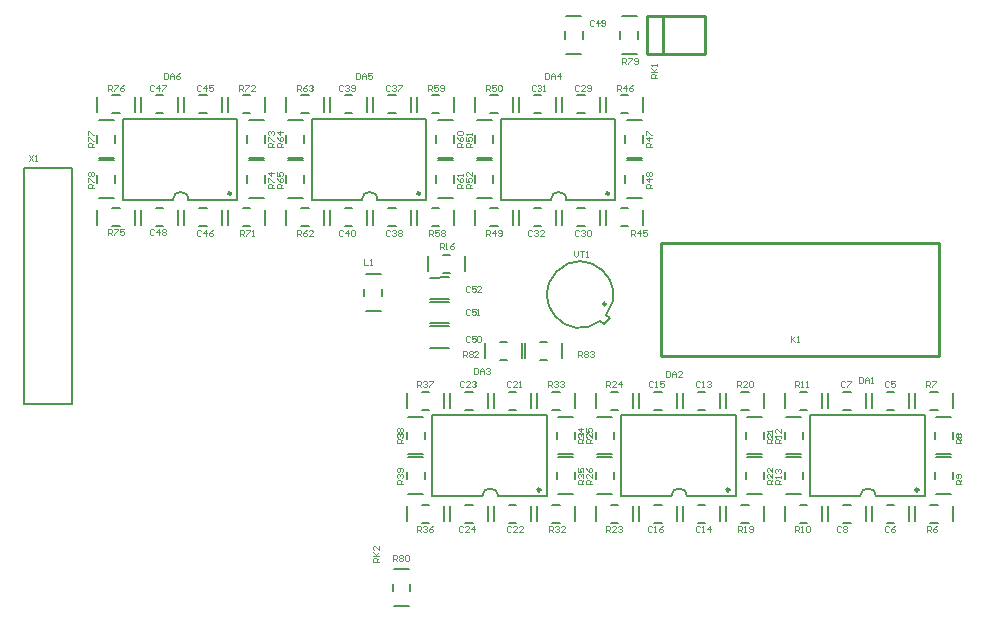
<source format=gto>
G04*
G04 #@! TF.GenerationSoftware,Altium Limited,Altium Designer,20.1.10 (176)*
G04*
G04 Layer_Color=439754*
%FSAX42Y42*%
%MOMM*%
G71*
G04*
G04 #@! TF.SameCoordinates,3E3C1568-8D71-4774-938C-B5280475AE13*
G04*
G04*
G04 #@! TF.FilePolarity,Positive*
G04*
G01*
G75*
%ADD10C,0.25*%
%ADD11C,0.15*%
%ADD12C,0.20*%
%ADD13C,0.15*%
%ADD14C,0.10*%
D10*
X001997Y004232D02*
G03*
X001997Y004232I-000012J000000D01*
G01*
X007817Y001722D02*
G03*
X007817Y001722I-000012J000000D01*
G01*
X004617Y001722D02*
G03*
X004617Y001722I-000012J000000D01*
G01*
X005197Y004232D02*
G03*
X005197Y004232I-000012J000000D01*
G01*
X003597D02*
G03*
X003597Y004232I-000012J000000D01*
G01*
X006217Y001722D02*
G03*
X006217Y001722I-000012J000000D01*
G01*
X005169Y003295D02*
G03*
X005169Y003295I-000010J000000D01*
G01*
X005640Y002856D02*
X007990D01*
Y003809D01*
X005640D02*
X007990D01*
X005640Y002856D02*
Y003809D01*
X005656Y005416D02*
X006012D01*
Y005733D01*
X005656D02*
X006012D01*
X005517Y005416D02*
X005656D01*
Y005733D01*
X005517D02*
X005656D01*
X005517Y005416D02*
Y005733D01*
D11*
X001636Y004178D02*
G03*
X001504Y004178I-000066J000000D01*
G01*
X007456Y001668D02*
G03*
X007324Y001668I-000066J000000D01*
G01*
X004256Y001668D02*
G03*
X004124Y001668I-000066J000000D01*
G01*
X004836Y004178D02*
G03*
X004704Y004178I-000066J000000D01*
G01*
X003236D02*
G03*
X003104Y004178I-000066J000000D01*
G01*
X005856Y001668D02*
G03*
X005724Y001668I-000066J000000D01*
G01*
X003236Y004178D02*
X003650D01*
X002682D02*
X003104D01*
X003650D02*
Y004864D01*
X002682Y004178D02*
Y004864D01*
X003650D01*
X001082D02*
X002050D01*
X001082Y004178D02*
Y004864D01*
X002050Y004178D02*
Y004864D01*
X001082Y004178D02*
X001504D01*
X001636D02*
X002050D01*
X006902Y002354D02*
X007870D01*
X006902Y001668D02*
Y002354D01*
X007870Y001668D02*
Y002354D01*
X006902Y001668D02*
X007324D01*
X007456D02*
X007870D01*
X003702Y002354D02*
X004670D01*
X003702Y001668D02*
Y002354D01*
X004670Y001668D02*
Y002354D01*
X003702Y001668D02*
X004124D01*
X004256D02*
X004670D01*
X004282Y004864D02*
X005250D01*
X004282Y004178D02*
Y004864D01*
X005250Y004178D02*
Y004864D01*
X004282Y004178D02*
X004704D01*
X004836D02*
X005250D01*
X005302Y002354D02*
X006270D01*
X005302Y001668D02*
Y002354D01*
X006270Y001668D02*
Y002354D01*
X005302Y001668D02*
X005724D01*
X005856D02*
X006270D01*
D12*
X005173Y003204D02*
G03*
X005123Y003154I-000221J000171D01*
G01*
X003682Y003133D02*
X003842D01*
X003682Y003313D02*
X003841Y003314D01*
X003682Y002927D02*
X003842D01*
X003682Y003107D02*
X003841Y003108D01*
X003682Y003339D02*
X003842D01*
X003682Y003519D02*
X003841Y003520D01*
X005173Y003204D02*
X005202Y003175D01*
X005152Y003125D02*
X005202Y003175D01*
X005152Y003125D02*
X005152D01*
X005123Y003154D02*
X005152Y003125D01*
D13*
X004837Y005733D02*
X004963D01*
X004837Y005416D02*
X004963D01*
X004976Y005543D02*
Y005606D01*
X004824Y005543D02*
Y005606D01*
X003978Y003572D02*
Y003699D01*
X003661Y003572D02*
Y003699D01*
X003788Y003559D02*
X003851D01*
X003788Y003711D02*
X003851D01*
X003124Y003363D02*
Y003426D01*
X003276Y003363D02*
Y003426D01*
X003136Y003236D02*
X003263D01*
X003136Y003553D02*
X003263D01*
X004801Y002836D02*
Y002964D01*
X004484Y002836D02*
Y002964D01*
X004611Y002824D02*
X004674D01*
X004611Y002976D02*
X004674D01*
X004463Y002836D02*
Y002964D01*
X004146Y002836D02*
Y002964D01*
X004273Y002824D02*
X004337D01*
X004273Y002976D02*
X004337D01*
X003485Y002411D02*
Y002538D01*
X003803Y002411D02*
Y002538D01*
X003612Y002551D02*
X003676D01*
X003612Y002399D02*
X003676D01*
X003853Y002411D02*
Y002538D01*
X004170Y002411D02*
Y002538D01*
X003980Y002551D02*
X004043D01*
X003980Y002399D02*
X004043D01*
X004538Y002411D02*
Y002538D01*
X004221Y002411D02*
Y002538D01*
X004348Y002399D02*
X004411D01*
X004348Y002551D02*
X004411D01*
X004906Y002411D02*
Y002538D01*
X004589Y002411D02*
Y002538D01*
X004716Y002399D02*
X004779D01*
X004716Y002551D02*
X004779D01*
X004170Y001456D02*
Y001583D01*
X003853Y001456D02*
Y001583D01*
X003980Y001443D02*
X004043D01*
X003980Y001596D02*
X004043D01*
X003485Y001456D02*
Y001583D01*
X003803Y001456D02*
Y001583D01*
X003612Y001596D02*
X003676D01*
X003612Y001443D02*
X003676D01*
X004221Y001456D02*
Y001583D01*
X004538Y001456D02*
Y001583D01*
X004348Y001596D02*
X004411D01*
X004348Y001443D02*
X004411D01*
X004906Y001456D02*
Y001583D01*
X004589Y001456D02*
Y001583D01*
X004716Y001443D02*
X004779D01*
X004716Y001596D02*
X004779D01*
X000247Y002447D02*
Y004447D01*
Y002447D02*
X000647D01*
Y004447D01*
X000247D02*
X000647D01*
X002465Y003966D02*
Y004093D01*
X002783Y003966D02*
Y004093D01*
X002592Y004106D02*
X002656D01*
X002592Y003953D02*
X002656D01*
X002476Y004513D02*
X002603D01*
X002476Y004196D02*
X002603D01*
X002616Y004323D02*
Y004387D01*
X002464Y004323D02*
Y004387D01*
X002476Y004534D02*
X002603D01*
X002476Y004851D02*
X002603D01*
X002464Y004661D02*
Y004724D01*
X002616Y004661D02*
Y004724D01*
X002465Y004921D02*
Y005048D01*
X002783Y004921D02*
Y005048D01*
X002592Y005061D02*
X002656D01*
X002592Y004909D02*
X002656D01*
X000864Y004323D02*
Y004387D01*
X001016Y004323D02*
Y004387D01*
X000877Y004196D02*
X001003D01*
X000877Y004513D02*
X001003D01*
X001016Y004661D02*
Y004724D01*
X000864Y004661D02*
Y004724D01*
X000877Y004851D02*
X001003D01*
X000877Y004534D02*
X001003D01*
X000992Y004909D02*
X001056D01*
X000992Y005061D02*
X001056D01*
X001183Y004921D02*
Y005048D01*
X000865Y004921D02*
Y005048D01*
X000992Y003953D02*
X001056D01*
X000992Y004106D02*
X001056D01*
X001183Y003966D02*
Y004093D01*
X000865Y003966D02*
Y004093D01*
X002134Y004323D02*
Y004387D01*
X002286Y004323D02*
Y004387D01*
X002147Y004196D02*
X002274D01*
X002147Y004513D02*
X002274D01*
X002286Y004661D02*
Y004724D01*
X002134Y004661D02*
Y004724D01*
X002147Y004851D02*
X002274D01*
X002147Y004534D02*
X002274D01*
X002096Y005061D02*
X002159D01*
X002096Y004909D02*
X002159D01*
X001969Y004921D02*
Y005048D01*
X002286Y004921D02*
Y005048D01*
X002096Y004106D02*
X002159D01*
X002096Y003953D02*
X002159D01*
X001969Y003966D02*
Y004093D01*
X002286Y003966D02*
Y004093D01*
X001360Y004106D02*
X001423D01*
X001360Y003953D02*
X001423D01*
X001233Y003966D02*
Y004093D01*
X001550Y003966D02*
Y004093D01*
X001360Y004909D02*
X001423D01*
X001360Y005061D02*
X001423D01*
X001550Y004921D02*
Y005048D01*
X001233Y004921D02*
Y005048D01*
X001728Y003953D02*
X001791D01*
X001728Y004106D02*
X001791D01*
X001918Y003966D02*
Y004093D01*
X001601Y003966D02*
Y004093D01*
X001728Y005061D02*
X001791D01*
X001728Y004909D02*
X001791D01*
X001601Y004921D02*
Y005048D01*
X001918Y004921D02*
Y005048D01*
X006316Y001596D02*
X006379D01*
X006316Y001443D02*
X006379D01*
X006189Y001456D02*
Y001583D01*
X006506Y001456D02*
Y001583D01*
X005296Y004106D02*
X005359D01*
X005296Y003953D02*
X005359D01*
X005169Y003966D02*
Y004093D01*
X005486Y003966D02*
Y004093D01*
X003696Y004106D02*
X003759D01*
X003696Y003953D02*
X003759D01*
X003569Y003966D02*
Y004093D01*
X003886Y003966D02*
Y004093D01*
X005294Y005543D02*
Y005606D01*
X005446Y005543D02*
Y005606D01*
X005306Y005416D02*
X005433D01*
X005306Y005733D02*
X005433D01*
X007548Y002551D02*
X007611D01*
X007548Y002399D02*
X007611D01*
X007421Y002411D02*
Y002538D01*
X007738Y002411D02*
Y002538D01*
X007548Y001443D02*
X007611D01*
X007548Y001596D02*
X007611D01*
X007738Y001456D02*
Y001583D01*
X007421Y001456D02*
Y001583D01*
X007180Y002399D02*
X007243D01*
X007180Y002551D02*
X007243D01*
X007370Y002411D02*
Y002538D01*
X007053Y002411D02*
Y002538D01*
X007180Y001596D02*
X007243D01*
X007180Y001443D02*
X007243D01*
X007053Y001456D02*
Y001583D01*
X007370Y001456D02*
Y001583D01*
X007916Y001596D02*
X007979D01*
X007916Y001443D02*
X007979D01*
X007789Y001456D02*
Y001583D01*
X008106Y001456D02*
Y001583D01*
X007916Y002551D02*
X007979D01*
X007916Y002399D02*
X007979D01*
X007789Y002411D02*
Y002538D01*
X008106Y002411D02*
Y002538D01*
X008106Y002151D02*
Y002214D01*
X007954Y002151D02*
Y002214D01*
X007967Y002341D02*
X008093D01*
X007967Y002024D02*
X008093D01*
X007954Y001813D02*
Y001876D01*
X008106Y001813D02*
Y001876D01*
X007967Y001686D02*
X008093D01*
X007967Y002003D02*
X008093D01*
X006812Y001443D02*
X006876D01*
X006812Y001596D02*
X006876D01*
X007003Y001456D02*
Y001583D01*
X006685Y001456D02*
Y001583D01*
X006812Y002399D02*
X006876D01*
X006812Y002551D02*
X006876D01*
X007003Y002411D02*
Y002538D01*
X006685Y002411D02*
Y002538D01*
X006836Y002151D02*
Y002214D01*
X006684Y002151D02*
Y002214D01*
X006696Y002341D02*
X006824D01*
X006696Y002024D02*
X006824D01*
X006684Y001813D02*
Y001876D01*
X006836Y001813D02*
Y001876D01*
X006696Y001686D02*
X006824D01*
X006696Y002003D02*
X006824D01*
X005296Y005061D02*
X005359D01*
X005296Y004909D02*
X005359D01*
X005169Y004921D02*
Y005048D01*
X005486Y004921D02*
Y005048D01*
X003696Y005061D02*
X003759D01*
X003696Y004909D02*
X003759D01*
X003569Y004921D02*
Y005048D01*
X003886Y004921D02*
Y005048D01*
X006316Y002551D02*
X006379D01*
X006316Y002399D02*
X006379D01*
X006189Y002411D02*
Y002538D01*
X006506Y002411D02*
Y002538D01*
X004906Y002151D02*
Y002214D01*
X004754Y002151D02*
Y002214D01*
X004767Y002341D02*
X004894D01*
X004767Y002024D02*
X004894D01*
X004754Y001813D02*
Y001876D01*
X004906Y001813D02*
Y001876D01*
X004767Y001686D02*
X004894D01*
X004767Y002003D02*
X004894D01*
X003636Y002151D02*
Y002214D01*
X003484Y002151D02*
Y002214D01*
X003497Y002341D02*
X003624D01*
X003497Y002024D02*
X003624D01*
X003484Y001813D02*
Y001876D01*
X003636Y001813D02*
Y001876D01*
X003497Y001686D02*
X003624D01*
X003497Y002003D02*
X003624D01*
X004928Y005061D02*
X004991D01*
X004928Y004909D02*
X004991D01*
X004801Y004921D02*
Y005048D01*
X005118Y004921D02*
Y005048D01*
X004928Y003953D02*
X004991D01*
X004928Y004106D02*
X004991D01*
X005118Y003966D02*
Y004093D01*
X004801Y003966D02*
Y004093D01*
X004560Y004909D02*
X004623D01*
X004560Y005061D02*
X004623D01*
X004750Y004921D02*
Y005048D01*
X004433Y004921D02*
Y005048D01*
X004560Y004106D02*
X004623D01*
X004560Y003953D02*
X004623D01*
X004433Y003966D02*
Y004093D01*
X004750Y003966D02*
Y004093D01*
X005486Y004661D02*
Y004724D01*
X005334Y004661D02*
Y004724D01*
X005347Y004851D02*
X005474D01*
X005347Y004534D02*
X005474D01*
X005334Y004323D02*
Y004387D01*
X005486Y004323D02*
Y004387D01*
X005347Y004196D02*
X005474D01*
X005347Y004513D02*
X005474D01*
X004192Y003953D02*
X004256D01*
X004192Y004106D02*
X004256D01*
X004383Y003966D02*
Y004093D01*
X004065Y003966D02*
Y004093D01*
X004192Y004909D02*
X004256D01*
X004192Y005061D02*
X004256D01*
X004383Y004921D02*
Y005048D01*
X004065Y004921D02*
Y005048D01*
X004216Y004661D02*
Y004724D01*
X004064Y004661D02*
Y004724D01*
X004076Y004851D02*
X004203D01*
X004076Y004534D02*
X004203D01*
X004064Y004323D02*
Y004387D01*
X004216Y004323D02*
Y004387D01*
X004076Y004196D02*
X004203D01*
X004076Y004513D02*
X004203D01*
X003328Y005061D02*
X003391D01*
X003328Y004909D02*
X003391D01*
X003201Y004921D02*
Y005048D01*
X003518Y004921D02*
Y005048D01*
X003328Y003953D02*
X003391D01*
X003328Y004106D02*
X003391D01*
X003518Y003966D02*
Y004093D01*
X003201Y003966D02*
Y004093D01*
X002960Y004909D02*
X003023D01*
X002960Y005061D02*
X003023D01*
X003150Y004921D02*
Y005048D01*
X002833Y004921D02*
Y005048D01*
X002960Y004106D02*
X003023D01*
X002960Y003953D02*
X003023D01*
X002833Y003966D02*
Y004093D01*
X003150Y003966D02*
Y004093D01*
X003886Y004661D02*
Y004724D01*
X003734Y004661D02*
Y004724D01*
X003747Y004851D02*
X003874D01*
X003747Y004534D02*
X003874D01*
X003734Y004323D02*
Y004387D01*
X003886Y004323D02*
Y004387D01*
X003747Y004196D02*
X003874D01*
X003747Y004513D02*
X003874D01*
X005212Y002399D02*
X005276D01*
X005212Y002551D02*
X005276D01*
X005403Y002411D02*
Y002538D01*
X005085Y002411D02*
Y002538D01*
X005580Y002399D02*
X005643D01*
X005580Y002551D02*
X005643D01*
X005770Y002411D02*
Y002538D01*
X005453Y002411D02*
Y002538D01*
X005084Y001813D02*
Y001876D01*
X005236Y001813D02*
Y001876D01*
X005097Y001686D02*
X005224D01*
X005097Y002003D02*
X005224D01*
X005236Y002151D02*
Y002214D01*
X005084Y002151D02*
Y002214D01*
X005097Y002341D02*
X005224D01*
X005097Y002024D02*
X005224D01*
X005948Y002551D02*
X006011D01*
X005948Y002399D02*
X006011D01*
X005821Y002411D02*
Y002538D01*
X006138Y002411D02*
Y002538D01*
X006506Y002151D02*
Y002214D01*
X006354Y002151D02*
Y002214D01*
X006367Y002341D02*
X006493D01*
X006367Y002024D02*
X006493D01*
X006354Y001813D02*
Y001876D01*
X006506Y001813D02*
Y001876D01*
X006367Y001686D02*
X006493D01*
X006367Y002003D02*
X006493D01*
X005948Y001443D02*
X006011D01*
X005948Y001596D02*
X006011D01*
X006138Y001456D02*
Y001583D01*
X005821Y001456D02*
Y001583D01*
X005580Y001596D02*
X005643D01*
X005580Y001443D02*
X005643D01*
X005453Y001456D02*
Y001583D01*
X005770Y001456D02*
Y001583D01*
X005212Y001443D02*
X005276D01*
X005212Y001596D02*
X005276D01*
X005403Y001456D02*
Y001583D01*
X005085Y001456D02*
Y001583D01*
X003364Y000863D02*
Y000927D01*
X003516Y000863D02*
Y000927D01*
X003376Y000736D02*
X003503D01*
X003376Y001053D02*
X003503D01*
D14*
X003250Y001110D02*
X003200D01*
Y001135D01*
X003208Y001143D01*
X003225D01*
X003233Y001135D01*
Y001110D01*
Y001127D02*
X003250Y001143D01*
X003200Y001160D02*
X003250D01*
X003233D01*
X003200Y001193D01*
X003225Y001168D01*
X003250Y001193D01*
Y001243D02*
Y001210D01*
X003217Y001243D01*
X003208D01*
X003200Y001235D01*
Y001218D01*
X003208Y001210D01*
X003763Y003760D02*
Y003810D01*
X003788D01*
X003796Y003802D01*
Y003785D01*
X003788Y003777D01*
X003763D01*
X003779D02*
X003796Y003760D01*
X003813D02*
X003829D01*
X003821D01*
Y003810D01*
X003813Y003802D01*
X003887Y003810D02*
X003871Y003802D01*
X003854Y003785D01*
Y003768D01*
X003862Y003760D01*
X003879D01*
X003887Y003768D01*
Y003777D01*
X003879Y003785D01*
X003854D01*
X006654Y001770D02*
X006604D01*
Y001795D01*
X006612Y001803D01*
X006629D01*
X006637Y001795D01*
Y001770D01*
Y001787D02*
X006654Y001803D01*
Y001820D02*
Y001837D01*
Y001828D01*
X006604D01*
X006612Y001820D01*
Y001862D02*
X006604Y001870D01*
Y001887D01*
X006612Y001895D01*
X006620D01*
X006629Y001887D01*
Y001878D01*
Y001887D01*
X006637Y001895D01*
X006645D01*
X006654Y001887D01*
Y001870D01*
X006645Y001862D01*
X006654Y002115D02*
X006604D01*
Y002140D01*
X006612Y002149D01*
X006629D01*
X006637Y002140D01*
Y002115D01*
Y002132D02*
X006654Y002149D01*
Y002165D02*
Y002182D01*
Y002174D01*
X006604D01*
X006612Y002165D01*
X006654Y002240D02*
Y002207D01*
X006620Y002240D01*
X006612D01*
X006604Y002232D01*
Y002215D01*
X006612Y002207D01*
X006773Y002590D02*
Y002640D01*
X006798D01*
X006807Y002632D01*
Y002615D01*
X006798Y002607D01*
X006773D01*
X006790D02*
X006807Y002590D01*
X006823D02*
X006840D01*
X006832D01*
Y002640D01*
X006823Y002632D01*
X006865Y002590D02*
X006882D01*
X006873D01*
Y002640D01*
X006865Y002632D01*
X006773Y001365D02*
Y001415D01*
X006798D01*
X006807Y001407D01*
Y001390D01*
X006798Y001382D01*
X006773D01*
X006790D02*
X006807Y001365D01*
X006823D02*
X006840D01*
X006832D01*
Y001415D01*
X006823Y001407D01*
X006865D02*
X006873Y001415D01*
X006890D01*
X006898Y001407D01*
Y001373D01*
X006890Y001365D01*
X006873D01*
X006865Y001373D01*
Y001407D01*
X008181Y001770D02*
X008131D01*
Y001795D01*
X008140Y001803D01*
X008156D01*
X008165Y001795D01*
Y001770D01*
Y001787D02*
X008181Y001803D01*
X008173Y001820D02*
X008181Y001828D01*
Y001845D01*
X008173Y001853D01*
X008140D01*
X008131Y001845D01*
Y001828D01*
X008140Y001820D01*
X008148D01*
X008156Y001828D01*
Y001853D01*
X008181Y002115D02*
X008131D01*
Y002140D01*
X008140Y002149D01*
X008156D01*
X008165Y002140D01*
Y002115D01*
Y002132D02*
X008181Y002149D01*
X008140Y002165D02*
X008131Y002174D01*
Y002190D01*
X008140Y002199D01*
X008148D01*
X008156Y002190D01*
X008165Y002199D01*
X008173D01*
X008181Y002190D01*
Y002174D01*
X008173Y002165D01*
X008165D01*
X008156Y002174D01*
X008148Y002165D01*
X008140D01*
X008156Y002174D02*
Y002190D01*
X007883Y002590D02*
Y002640D01*
X007908D01*
X007917Y002632D01*
Y002615D01*
X007908Y002607D01*
X007883D01*
X007900D02*
X007917Y002590D01*
X007933Y002640D02*
X007967D01*
Y002632D01*
X007933Y002598D01*
Y002590D01*
X007893Y001365D02*
Y001415D01*
X007918D01*
X007927Y001407D01*
Y001390D01*
X007918Y001382D01*
X007893D01*
X007910D02*
X007927Y001365D01*
X007977Y001415D02*
X007960Y001407D01*
X007943Y001390D01*
Y001373D01*
X007952Y001365D01*
X007968D01*
X007977Y001373D01*
Y001382D01*
X007968Y001390D01*
X007943D01*
X007317Y002675D02*
Y002625D01*
X007342D01*
X007350Y002633D01*
Y002667D01*
X007342Y002675D01*
X007317D01*
X007367Y002625D02*
Y002658D01*
X007383Y002675D01*
X007400Y002658D01*
Y002625D01*
Y002650D01*
X007367D01*
X007417Y002625D02*
X007433D01*
X007425D01*
Y002675D01*
X007417Y002667D01*
X007163Y001407D02*
X007155Y001415D01*
X007138D01*
X007130Y001407D01*
Y001373D01*
X007138Y001365D01*
X007155D01*
X007163Y001373D01*
X007180Y001407D02*
X007188Y001415D01*
X007205D01*
X007213Y001407D01*
Y001398D01*
X007205Y001390D01*
X007213Y001382D01*
Y001373D01*
X007205Y001365D01*
X007188D01*
X007180Y001373D01*
Y001382D01*
X007188Y001390D01*
X007180Y001398D01*
Y001407D01*
X007188Y001390D02*
X007205D01*
X007192Y002632D02*
X007183Y002640D01*
X007167D01*
X007158Y002632D01*
Y002598D01*
X007167Y002590D01*
X007183D01*
X007192Y002598D01*
X007208Y002640D02*
X007242D01*
Y002632D01*
X007208Y002598D01*
Y002590D01*
X007565Y001407D02*
X007557Y001415D01*
X007540D01*
X007532Y001407D01*
Y001373D01*
X007540Y001365D01*
X007557D01*
X007565Y001373D01*
X007615Y001415D02*
X007598Y001407D01*
X007582Y001390D01*
Y001373D01*
X007590Y001365D01*
X007607D01*
X007615Y001373D01*
Y001382D01*
X007607Y001390D01*
X007582D01*
X007565Y002632D02*
X007557Y002640D01*
X007540D01*
X007532Y002632D01*
Y002598D01*
X007540Y002590D01*
X007557D01*
X007565Y002598D01*
X007615Y002640D02*
X007582D01*
Y002615D01*
X007598Y002623D01*
X007607D01*
X007615Y002615D01*
Y002598D01*
X007607Y002590D01*
X007590D01*
X007582Y002598D01*
X000834Y004280D02*
X000784D01*
Y004305D01*
X000792Y004313D01*
X000809D01*
X000817Y004305D01*
Y004280D01*
Y004297D02*
X000834Y004313D01*
X000784Y004330D02*
Y004363D01*
X000792D01*
X000825Y004330D01*
X000834D01*
X000792Y004380D02*
X000784Y004388D01*
Y004405D01*
X000792Y004413D01*
X000800D01*
X000809Y004405D01*
X000817Y004413D01*
X000825D01*
X000834Y004405D01*
Y004388D01*
X000825Y004380D01*
X000817D01*
X000809Y004388D01*
X000800Y004380D01*
X000792D01*
X000809Y004388D02*
Y004405D01*
X000834Y004625D02*
X000784D01*
Y004650D01*
X000792Y004659D01*
X000809D01*
X000817Y004650D01*
Y004625D01*
Y004642D02*
X000834Y004659D01*
X000784Y004675D02*
Y004709D01*
X000792D01*
X000825Y004675D01*
X000834D01*
X000784Y004725D02*
Y004759D01*
X000792D01*
X000825Y004725D01*
X000834D01*
X000953Y005100D02*
Y005150D01*
X000978D01*
X000987Y005142D01*
Y005125D01*
X000978Y005117D01*
X000953D01*
X000970D02*
X000987Y005100D01*
X001003Y005150D02*
X001037D01*
Y005142D01*
X001003Y005108D01*
Y005100D01*
X001087Y005150D02*
X001070Y005142D01*
X001053Y005125D01*
Y005108D01*
X001062Y005100D01*
X001078D01*
X001087Y005108D01*
Y005117D01*
X001078Y005125D01*
X001053D01*
X000953Y003880D02*
Y003930D01*
X000978D01*
X000987Y003922D01*
Y003905D01*
X000978Y003897D01*
X000953D01*
X000970D02*
X000987Y003880D01*
X001003Y003930D02*
X001037D01*
Y003922D01*
X001003Y003888D01*
Y003880D01*
X001087Y003930D02*
X001053D01*
Y003905D01*
X001070Y003913D01*
X001078D01*
X001087Y003905D01*
Y003888D01*
X001078Y003880D01*
X001062D01*
X001053Y003888D01*
X002361Y004280D02*
X002311D01*
Y004305D01*
X002320Y004313D01*
X002336D01*
X002345Y004305D01*
Y004280D01*
Y004297D02*
X002361Y004313D01*
X002311Y004330D02*
Y004363D01*
X002320D01*
X002353Y004330D01*
X002361D01*
Y004405D02*
X002311D01*
X002336Y004380D01*
Y004413D01*
X002361Y004625D02*
X002311D01*
Y004650D01*
X002320Y004659D01*
X002336D01*
X002345Y004650D01*
Y004625D01*
Y004642D02*
X002361Y004659D01*
X002311Y004675D02*
Y004709D01*
X002320D01*
X002353Y004675D01*
X002361D01*
X002320Y004725D02*
X002311Y004734D01*
Y004750D01*
X002320Y004759D01*
X002328D01*
X002336Y004750D01*
Y004742D01*
Y004750D01*
X002345Y004759D01*
X002353D01*
X002361Y004750D01*
Y004734D01*
X002353Y004725D01*
X002063Y005100D02*
Y005150D01*
X002088D01*
X002097Y005142D01*
Y005125D01*
X002088Y005117D01*
X002063D01*
X002080D02*
X002097Y005100D01*
X002113Y005150D02*
X002147D01*
Y005142D01*
X002113Y005108D01*
Y005100D01*
X002197D02*
X002163D01*
X002197Y005133D01*
Y005142D01*
X002188Y005150D01*
X002172D01*
X002163Y005142D01*
X002073Y003875D02*
Y003925D01*
X002098D01*
X002107Y003917D01*
Y003900D01*
X002098Y003892D01*
X002073D01*
X002090D02*
X002107Y003875D01*
X002123Y003925D02*
X002157D01*
Y003917D01*
X002123Y003883D01*
Y003875D01*
X002173D02*
X002190D01*
X002182D01*
Y003925D01*
X002173Y003917D01*
X002434Y004280D02*
X002384D01*
Y004305D01*
X002392Y004313D01*
X002409D01*
X002417Y004305D01*
Y004280D01*
Y004297D02*
X002434Y004313D01*
X002384Y004363D02*
X002392Y004347D01*
X002409Y004330D01*
X002425D01*
X002434Y004338D01*
Y004355D01*
X002425Y004363D01*
X002417D01*
X002409Y004355D01*
Y004330D01*
X002384Y004413D02*
Y004380D01*
X002409D01*
X002400Y004397D01*
Y004405D01*
X002409Y004413D01*
X002425D01*
X002434Y004405D01*
Y004388D01*
X002425Y004380D01*
X002434Y004625D02*
X002384D01*
Y004650D01*
X002392Y004659D01*
X002409D01*
X002417Y004650D01*
Y004625D01*
Y004642D02*
X002434Y004659D01*
X002384Y004709D02*
X002392Y004692D01*
X002409Y004675D01*
X002425D01*
X002434Y004684D01*
Y004700D01*
X002425Y004709D01*
X002417D01*
X002409Y004700D01*
Y004675D01*
X002434Y004750D02*
X002384D01*
X002409Y004725D01*
Y004759D01*
X004933Y002850D02*
Y002900D01*
X004958D01*
X004967Y002892D01*
Y002875D01*
X004958Y002867D01*
X004933D01*
X004950D02*
X004967Y002850D01*
X004983Y002892D02*
X004992Y002900D01*
X005008D01*
X005017Y002892D01*
Y002883D01*
X005008Y002875D01*
X005017Y002867D01*
Y002858D01*
X005008Y002850D01*
X004992D01*
X004983Y002858D01*
Y002867D01*
X004992Y002875D01*
X004983Y002883D01*
Y002892D01*
X004992Y002875D02*
X005008D01*
X005033Y002892D02*
X005042Y002900D01*
X005058D01*
X005067Y002892D01*
Y002883D01*
X005058Y002875D01*
X005050D01*
X005058D01*
X005067Y002867D01*
Y002858D01*
X005058Y002850D01*
X005042D01*
X005033Y002858D01*
X003958Y002850D02*
Y002900D01*
X003983D01*
X003992Y002892D01*
Y002875D01*
X003983Y002867D01*
X003958D01*
X003975D02*
X003992Y002850D01*
X004008Y002892D02*
X004017Y002900D01*
X004033D01*
X004042Y002892D01*
Y002883D01*
X004033Y002875D01*
X004042Y002867D01*
Y002858D01*
X004033Y002850D01*
X004017D01*
X004008Y002858D01*
Y002867D01*
X004017Y002875D01*
X004008Y002883D01*
Y002892D01*
X004017Y002875D02*
X004033D01*
X004092Y002850D02*
X004058D01*
X004092Y002883D01*
Y002892D01*
X004083Y002900D01*
X004067D01*
X004058Y002892D01*
X003367Y001121D02*
Y001171D01*
X003392D01*
X003400Y001162D01*
Y001146D01*
X003392Y001137D01*
X003367D01*
X003383D02*
X003400Y001121D01*
X003417Y001162D02*
X003425Y001171D01*
X003442D01*
X003450Y001162D01*
Y001154D01*
X003442Y001146D01*
X003450Y001137D01*
Y001129D01*
X003442Y001121D01*
X003425D01*
X003417Y001129D01*
Y001137D01*
X003425Y001146D01*
X003417Y001154D01*
Y001162D01*
X003425Y001146D02*
X003442D01*
X003467Y001162D02*
X003475Y001171D01*
X003492D01*
X003500Y001162D01*
Y001129D01*
X003492Y001121D01*
X003475D01*
X003467Y001129D01*
Y001162D01*
X005308Y005325D02*
Y005375D01*
X005333D01*
X005342Y005367D01*
Y005350D01*
X005333Y005342D01*
X005308D01*
X005325D02*
X005342Y005325D01*
X005358Y005375D02*
X005392D01*
Y005367D01*
X005358Y005333D01*
Y005325D01*
X005408Y005333D02*
X005417Y005325D01*
X005433D01*
X005442Y005333D01*
Y005367D01*
X005433Y005375D01*
X005417D01*
X005408Y005367D01*
Y005358D01*
X005417Y005350D01*
X005442D01*
X002553Y005100D02*
Y005150D01*
X002578D01*
X002587Y005142D01*
Y005125D01*
X002578Y005117D01*
X002553D01*
X002570D02*
X002587Y005100D01*
X002637Y005150D02*
X002620Y005142D01*
X002603Y005125D01*
Y005108D01*
X002612Y005100D01*
X002628D01*
X002637Y005108D01*
Y005117D01*
X002628Y005125D01*
X002603D01*
X002653Y005142D02*
X002662Y005150D01*
X002678D01*
X002687Y005142D01*
Y005133D01*
X002678Y005125D01*
X002670D01*
X002678D01*
X002687Y005117D01*
Y005108D01*
X002678Y005100D01*
X002662D01*
X002653Y005108D01*
X002553Y003875D02*
Y003925D01*
X002578D01*
X002587Y003917D01*
Y003900D01*
X002578Y003892D01*
X002553D01*
X002570D02*
X002587Y003875D01*
X002637Y003925D02*
X002620Y003917D01*
X002603Y003900D01*
Y003883D01*
X002612Y003875D01*
X002628D01*
X002637Y003883D01*
Y003892D01*
X002628Y003900D01*
X002603D01*
X002687Y003875D02*
X002653D01*
X002687Y003908D01*
Y003917D01*
X002678Y003925D01*
X002662D01*
X002653Y003917D01*
X003961Y004280D02*
X003911D01*
Y004305D01*
X003920Y004313D01*
X003936D01*
X003945Y004305D01*
Y004280D01*
Y004297D02*
X003961Y004313D01*
X003911Y004363D02*
X003920Y004347D01*
X003936Y004330D01*
X003953D01*
X003961Y004338D01*
Y004355D01*
X003953Y004363D01*
X003945D01*
X003936Y004355D01*
Y004330D01*
X003961Y004380D02*
Y004397D01*
Y004388D01*
X003911D01*
X003920Y004380D01*
X003961Y004625D02*
X003911D01*
Y004650D01*
X003920Y004659D01*
X003936D01*
X003945Y004650D01*
Y004625D01*
Y004642D02*
X003961Y004659D01*
X003911Y004709D02*
X003920Y004692D01*
X003936Y004675D01*
X003953D01*
X003961Y004684D01*
Y004700D01*
X003953Y004709D01*
X003945D01*
X003936Y004700D01*
Y004675D01*
X003920Y004725D02*
X003911Y004734D01*
Y004750D01*
X003920Y004759D01*
X003953D01*
X003961Y004750D01*
Y004734D01*
X003953Y004725D01*
X003920D01*
X003663Y005100D02*
Y005150D01*
X003688D01*
X003697Y005142D01*
Y005125D01*
X003688Y005117D01*
X003663D01*
X003680D02*
X003697Y005100D01*
X003747Y005150D02*
X003713D01*
Y005125D01*
X003730Y005133D01*
X003738D01*
X003747Y005125D01*
Y005108D01*
X003738Y005100D01*
X003722D01*
X003713Y005108D01*
X003763D02*
X003772Y005100D01*
X003788D01*
X003797Y005108D01*
Y005142D01*
X003788Y005150D01*
X003772D01*
X003763Y005142D01*
Y005133D01*
X003772Y005125D01*
X003797D01*
X003673Y003875D02*
Y003925D01*
X003698D01*
X003707Y003917D01*
Y003900D01*
X003698Y003892D01*
X003673D01*
X003690D02*
X003707Y003875D01*
X003757Y003925D02*
X003723D01*
Y003900D01*
X003740Y003908D01*
X003748D01*
X003757Y003900D01*
Y003883D01*
X003748Y003875D01*
X003732D01*
X003723Y003883D01*
X003773Y003917D02*
X003782Y003925D01*
X003798D01*
X003807Y003917D01*
Y003908D01*
X003798Y003900D01*
X003807Y003892D01*
Y003883D01*
X003798Y003875D01*
X003782D01*
X003773Y003883D01*
Y003892D01*
X003782Y003900D01*
X003773Y003908D01*
Y003917D01*
X003782Y003900D02*
X003798D01*
X004034Y004280D02*
X003984D01*
Y004305D01*
X003992Y004313D01*
X004009D01*
X004017Y004305D01*
Y004280D01*
Y004297D02*
X004034Y004313D01*
X003984Y004363D02*
Y004330D01*
X004009D01*
X004000Y004347D01*
Y004355D01*
X004009Y004363D01*
X004025D01*
X004034Y004355D01*
Y004338D01*
X004025Y004330D01*
X004034Y004413D02*
Y004380D01*
X004000Y004413D01*
X003992D01*
X003984Y004405D01*
Y004388D01*
X003992Y004380D01*
X004034Y004625D02*
X003984D01*
Y004650D01*
X003992Y004659D01*
X004009D01*
X004017Y004650D01*
Y004625D01*
Y004642D02*
X004034Y004659D01*
X003984Y004709D02*
Y004675D01*
X004009D01*
X004000Y004692D01*
Y004700D01*
X004009Y004709D01*
X004025D01*
X004034Y004700D01*
Y004684D01*
X004025Y004675D01*
X004034Y004725D02*
Y004742D01*
Y004734D01*
X003984D01*
X003992Y004725D01*
X004153Y005100D02*
Y005150D01*
X004178D01*
X004187Y005142D01*
Y005125D01*
X004178Y005117D01*
X004153D01*
X004170D02*
X004187Y005100D01*
X004237Y005150D02*
X004203D01*
Y005125D01*
X004220Y005133D01*
X004228D01*
X004237Y005125D01*
Y005108D01*
X004228Y005100D01*
X004212D01*
X004203Y005108D01*
X004253Y005142D02*
X004262Y005150D01*
X004278D01*
X004287Y005142D01*
Y005108D01*
X004278Y005100D01*
X004262D01*
X004253Y005108D01*
Y005142D01*
X004153Y003875D02*
Y003925D01*
X004178D01*
X004187Y003917D01*
Y003900D01*
X004178Y003892D01*
X004153D01*
X004170D02*
X004187Y003875D01*
X004228D02*
Y003925D01*
X004203Y003900D01*
X004237D01*
X004253Y003883D02*
X004262Y003875D01*
X004278D01*
X004287Y003883D01*
Y003917D01*
X004278Y003925D01*
X004262D01*
X004253Y003917D01*
Y003908D01*
X004262Y003900D01*
X004287D01*
X005561Y004280D02*
X005511D01*
Y004305D01*
X005520Y004313D01*
X005536D01*
X005545Y004305D01*
Y004280D01*
Y004297D02*
X005561Y004313D01*
Y004355D02*
X005511D01*
X005536Y004330D01*
Y004363D01*
X005520Y004380D02*
X005511Y004388D01*
Y004405D01*
X005520Y004413D01*
X005528D01*
X005536Y004405D01*
X005545Y004413D01*
X005553D01*
X005561Y004405D01*
Y004388D01*
X005553Y004380D01*
X005545D01*
X005536Y004388D01*
X005528Y004380D01*
X005520D01*
X005536Y004388D02*
Y004405D01*
X005561Y004625D02*
X005511D01*
Y004650D01*
X005520Y004659D01*
X005536D01*
X005545Y004650D01*
Y004625D01*
Y004642D02*
X005561Y004659D01*
Y004700D02*
X005511D01*
X005536Y004675D01*
Y004709D01*
X005511Y004725D02*
Y004759D01*
X005520D01*
X005553Y004725D01*
X005561D01*
X005263Y005100D02*
Y005150D01*
X005288D01*
X005297Y005142D01*
Y005125D01*
X005288Y005117D01*
X005263D01*
X005280D02*
X005297Y005100D01*
X005338D02*
Y005150D01*
X005313Y005125D01*
X005347D01*
X005397Y005150D02*
X005380Y005142D01*
X005363Y005125D01*
Y005108D01*
X005372Y005100D01*
X005388D01*
X005397Y005108D01*
Y005117D01*
X005388Y005125D01*
X005363D01*
X005383Y003875D02*
Y003925D01*
X005408D01*
X005417Y003917D01*
Y003900D01*
X005408Y003892D01*
X005383D01*
X005400D02*
X005417Y003875D01*
X005458D02*
Y003925D01*
X005433Y003900D01*
X005467D01*
X005517Y003925D02*
X005483D01*
Y003900D01*
X005500Y003908D01*
X005508D01*
X005517Y003900D01*
Y003883D01*
X005508Y003875D01*
X005492D01*
X005483Y003883D01*
X003454Y001770D02*
X003404D01*
Y001795D01*
X003412Y001803D01*
X003429D01*
X003437Y001795D01*
Y001770D01*
Y001787D02*
X003454Y001803D01*
X003412Y001820D02*
X003404Y001828D01*
Y001845D01*
X003412Y001853D01*
X003420D01*
X003429Y001845D01*
Y001837D01*
Y001845D01*
X003437Y001853D01*
X003445D01*
X003454Y001845D01*
Y001828D01*
X003445Y001820D01*
Y001870D02*
X003454Y001878D01*
Y001895D01*
X003445Y001903D01*
X003412D01*
X003404Y001895D01*
Y001878D01*
X003412Y001870D01*
X003420D01*
X003429Y001878D01*
Y001903D01*
X003454Y002115D02*
X003404D01*
Y002140D01*
X003412Y002149D01*
X003429D01*
X003437Y002140D01*
Y002115D01*
Y002132D02*
X003454Y002149D01*
X003412Y002165D02*
X003404Y002174D01*
Y002190D01*
X003412Y002199D01*
X003420D01*
X003429Y002190D01*
Y002182D01*
Y002190D01*
X003437Y002199D01*
X003445D01*
X003454Y002190D01*
Y002174D01*
X003445Y002165D01*
X003412Y002215D02*
X003404Y002224D01*
Y002240D01*
X003412Y002249D01*
X003420D01*
X003429Y002240D01*
X003437Y002249D01*
X003445D01*
X003454Y002240D01*
Y002224D01*
X003445Y002215D01*
X003437D01*
X003429Y002224D01*
X003420Y002215D01*
X003412D01*
X003429Y002224D02*
Y002240D01*
X003573Y002590D02*
Y002640D01*
X003598D01*
X003607Y002632D01*
Y002615D01*
X003598Y002607D01*
X003573D01*
X003590D02*
X003607Y002590D01*
X003623Y002632D02*
X003632Y002640D01*
X003648D01*
X003657Y002632D01*
Y002623D01*
X003648Y002615D01*
X003640D01*
X003648D01*
X003657Y002607D01*
Y002598D01*
X003648Y002590D01*
X003632D01*
X003623Y002598D01*
X003673Y002640D02*
X003707D01*
Y002632D01*
X003673Y002598D01*
Y002590D01*
X003573Y001365D02*
Y001415D01*
X003598D01*
X003607Y001407D01*
Y001390D01*
X003598Y001382D01*
X003573D01*
X003590D02*
X003607Y001365D01*
X003623Y001407D02*
X003632Y001415D01*
X003648D01*
X003657Y001407D01*
Y001398D01*
X003648Y001390D01*
X003640D01*
X003648D01*
X003657Y001382D01*
Y001373D01*
X003648Y001365D01*
X003632D01*
X003623Y001373D01*
X003707Y001415D02*
X003690Y001407D01*
X003673Y001390D01*
Y001373D01*
X003682Y001365D01*
X003698D01*
X003707Y001373D01*
Y001382D01*
X003698Y001390D01*
X003673D01*
X004981Y001770D02*
X004931D01*
Y001795D01*
X004940Y001803D01*
X004956D01*
X004965Y001795D01*
Y001770D01*
Y001787D02*
X004981Y001803D01*
X004940Y001820D02*
X004931Y001828D01*
Y001845D01*
X004940Y001853D01*
X004948D01*
X004956Y001845D01*
Y001837D01*
Y001845D01*
X004965Y001853D01*
X004973D01*
X004981Y001845D01*
Y001828D01*
X004973Y001820D01*
X004931Y001903D02*
Y001870D01*
X004956D01*
X004948Y001887D01*
Y001895D01*
X004956Y001903D01*
X004973D01*
X004981Y001895D01*
Y001878D01*
X004973Y001870D01*
X004981Y002115D02*
X004931D01*
Y002140D01*
X004940Y002149D01*
X004956D01*
X004965Y002140D01*
Y002115D01*
Y002132D02*
X004981Y002149D01*
X004940Y002165D02*
X004931Y002174D01*
Y002190D01*
X004940Y002199D01*
X004948D01*
X004956Y002190D01*
Y002182D01*
Y002190D01*
X004965Y002199D01*
X004973D01*
X004981Y002190D01*
Y002174D01*
X004973Y002165D01*
X004981Y002240D02*
X004931D01*
X004956Y002215D01*
Y002249D01*
X004683Y002590D02*
Y002640D01*
X004708D01*
X004717Y002632D01*
Y002615D01*
X004708Y002607D01*
X004683D01*
X004700D02*
X004717Y002590D01*
X004733Y002632D02*
X004742Y002640D01*
X004758D01*
X004767Y002632D01*
Y002623D01*
X004758Y002615D01*
X004750D01*
X004758D01*
X004767Y002607D01*
Y002598D01*
X004758Y002590D01*
X004742D01*
X004733Y002598D01*
X004783Y002632D02*
X004792Y002640D01*
X004808D01*
X004817Y002632D01*
Y002623D01*
X004808Y002615D01*
X004800D01*
X004808D01*
X004817Y002607D01*
Y002598D01*
X004808Y002590D01*
X004792D01*
X004783Y002598D01*
X004693Y001365D02*
Y001415D01*
X004718D01*
X004727Y001407D01*
Y001390D01*
X004718Y001382D01*
X004693D01*
X004710D02*
X004727Y001365D01*
X004743Y001407D02*
X004752Y001415D01*
X004768D01*
X004777Y001407D01*
Y001398D01*
X004768Y001390D01*
X004760D01*
X004768D01*
X004777Y001382D01*
Y001373D01*
X004768Y001365D01*
X004752D01*
X004743Y001373D01*
X004827Y001365D02*
X004793D01*
X004827Y001398D01*
Y001407D01*
X004818Y001415D01*
X004802D01*
X004793Y001407D01*
X005054Y001770D02*
X005004D01*
Y001795D01*
X005012Y001803D01*
X005029D01*
X005037Y001795D01*
Y001770D01*
Y001787D02*
X005054Y001803D01*
Y001853D02*
Y001820D01*
X005020Y001853D01*
X005012D01*
X005004Y001845D01*
Y001828D01*
X005012Y001820D01*
X005004Y001903D02*
X005012Y001887D01*
X005029Y001870D01*
X005045D01*
X005054Y001878D01*
Y001895D01*
X005045Y001903D01*
X005037D01*
X005029Y001895D01*
Y001870D01*
X005054Y002115D02*
X005004D01*
Y002140D01*
X005012Y002149D01*
X005029D01*
X005037Y002140D01*
Y002115D01*
Y002132D02*
X005054Y002149D01*
Y002199D02*
Y002165D01*
X005020Y002199D01*
X005012D01*
X005004Y002190D01*
Y002174D01*
X005012Y002165D01*
X005004Y002249D02*
Y002215D01*
X005029D01*
X005020Y002232D01*
Y002240D01*
X005029Y002249D01*
X005045D01*
X005054Y002240D01*
Y002224D01*
X005045Y002215D01*
X005173Y002590D02*
Y002640D01*
X005198D01*
X005207Y002632D01*
Y002615D01*
X005198Y002607D01*
X005173D01*
X005190D02*
X005207Y002590D01*
X005257D02*
X005223D01*
X005257Y002623D01*
Y002632D01*
X005248Y002640D01*
X005232D01*
X005223Y002632D01*
X005298Y002590D02*
Y002640D01*
X005273Y002615D01*
X005307D01*
X005173Y001365D02*
Y001415D01*
X005198D01*
X005207Y001407D01*
Y001390D01*
X005198Y001382D01*
X005173D01*
X005190D02*
X005207Y001365D01*
X005257D02*
X005223D01*
X005257Y001398D01*
Y001407D01*
X005248Y001415D01*
X005232D01*
X005223Y001407D01*
X005273D02*
X005282Y001415D01*
X005298D01*
X005307Y001407D01*
Y001398D01*
X005298Y001390D01*
X005290D01*
X005298D01*
X005307Y001382D01*
Y001373D01*
X005298Y001365D01*
X005282D01*
X005273Y001373D01*
X006581Y001770D02*
X006531D01*
Y001795D01*
X006540Y001803D01*
X006556D01*
X006565Y001795D01*
Y001770D01*
Y001787D02*
X006581Y001803D01*
Y001853D02*
Y001820D01*
X006548Y001853D01*
X006540D01*
X006531Y001845D01*
Y001828D01*
X006540Y001820D01*
X006581Y001903D02*
Y001870D01*
X006548Y001903D01*
X006540D01*
X006531Y001895D01*
Y001878D01*
X006540Y001870D01*
X006581Y002115D02*
X006531D01*
Y002140D01*
X006540Y002149D01*
X006556D01*
X006565Y002140D01*
Y002115D01*
Y002132D02*
X006581Y002149D01*
Y002199D02*
Y002165D01*
X006548Y002199D01*
X006540D01*
X006531Y002190D01*
Y002174D01*
X006540Y002165D01*
X006581Y002215D02*
Y002232D01*
Y002224D01*
X006531D01*
X006540Y002215D01*
X006283Y002590D02*
Y002640D01*
X006308D01*
X006317Y002632D01*
Y002615D01*
X006308Y002607D01*
X006283D01*
X006300D02*
X006317Y002590D01*
X006367D02*
X006333D01*
X006367Y002623D01*
Y002632D01*
X006358Y002640D01*
X006342D01*
X006333Y002632D01*
X006383D02*
X006392Y002640D01*
X006408D01*
X006417Y002632D01*
Y002598D01*
X006408Y002590D01*
X006392D01*
X006383Y002598D01*
Y002632D01*
X006293Y001365D02*
Y001415D01*
X006318D01*
X006327Y001407D01*
Y001390D01*
X006318Y001382D01*
X006293D01*
X006310D02*
X006327Y001365D01*
X006343D02*
X006360D01*
X006352D01*
Y001415D01*
X006343Y001407D01*
X006385Y001373D02*
X006393Y001365D01*
X006410D01*
X006418Y001373D01*
Y001407D01*
X006410Y001415D01*
X006393D01*
X006385Y001407D01*
Y001398D01*
X006393Y001390D01*
X006418D01*
X003126Y003673D02*
Y003623D01*
X003160D01*
X003176D02*
X003193D01*
X003185D01*
Y003673D01*
X003176Y003664D01*
X001433Y005250D02*
Y005200D01*
X001458D01*
X001467Y005208D01*
Y005242D01*
X001458Y005250D01*
X001433D01*
X001483Y005200D02*
Y005233D01*
X001500Y005250D01*
X001517Y005233D01*
Y005200D01*
Y005225D01*
X001483D01*
X001567Y005250D02*
X001550Y005242D01*
X001533Y005225D01*
Y005208D01*
X001542Y005200D01*
X001558D01*
X001567Y005208D01*
Y005217D01*
X001558Y005225D01*
X001533D01*
X003058Y005250D02*
Y005200D01*
X003083D01*
X003092Y005208D01*
Y005242D01*
X003083Y005250D01*
X003058D01*
X003108Y005200D02*
Y005233D01*
X003125Y005250D01*
X003142Y005233D01*
Y005200D01*
Y005225D01*
X003108D01*
X003192Y005250D02*
X003158D01*
Y005225D01*
X003175Y005233D01*
X003183D01*
X003192Y005225D01*
Y005208D01*
X003183Y005200D01*
X003167D01*
X003158Y005208D01*
X004658Y005250D02*
Y005200D01*
X004683D01*
X004692Y005208D01*
Y005242D01*
X004683Y005250D01*
X004658D01*
X004708Y005200D02*
Y005233D01*
X004725Y005250D01*
X004742Y005233D01*
Y005200D01*
Y005225D01*
X004708D01*
X004783Y005200D02*
Y005250D01*
X004758Y005225D01*
X004792D01*
X004058Y002750D02*
Y002700D01*
X004083D01*
X004092Y002708D01*
Y002742D01*
X004083Y002750D01*
X004058D01*
X004108Y002700D02*
Y002733D01*
X004125Y002750D01*
X004142Y002733D01*
Y002700D01*
Y002725D01*
X004108D01*
X004158Y002742D02*
X004167Y002750D01*
X004183D01*
X004192Y002742D01*
Y002733D01*
X004183Y002725D01*
X004175D01*
X004183D01*
X004192Y002717D01*
Y002708D01*
X004183Y002700D01*
X004167D01*
X004158Y002708D01*
X005683Y002725D02*
Y002675D01*
X005708D01*
X005717Y002683D01*
Y002717D01*
X005708Y002725D01*
X005683D01*
X005733Y002675D02*
Y002708D01*
X005750Y002725D01*
X005767Y002708D01*
Y002675D01*
Y002700D01*
X005733D01*
X005817Y002675D02*
X005783D01*
X005817Y002708D01*
Y002717D01*
X005808Y002725D01*
X005792D01*
X005783Y002717D01*
X004017Y003442D02*
X004008Y003450D01*
X003992D01*
X003983Y003442D01*
Y003408D01*
X003992Y003400D01*
X004008D01*
X004017Y003408D01*
X004067Y003450D02*
X004033D01*
Y003425D01*
X004050Y003433D01*
X004058D01*
X004067Y003425D01*
Y003408D01*
X004058Y003400D01*
X004042D01*
X004033Y003408D01*
X004117Y003400D02*
X004083D01*
X004117Y003433D01*
Y003442D01*
X004108Y003450D01*
X004092D01*
X004083Y003442D01*
X004017Y003242D02*
X004008Y003250D01*
X003992D01*
X003983Y003242D01*
Y003208D01*
X003992Y003200D01*
X004008D01*
X004017Y003208D01*
X004067Y003250D02*
X004033D01*
Y003225D01*
X004050Y003233D01*
X004058D01*
X004067Y003225D01*
Y003208D01*
X004058Y003200D01*
X004042D01*
X004033Y003208D01*
X004083Y003200D02*
X004100D01*
X004092D01*
Y003250D01*
X004083Y003242D01*
X004017Y003017D02*
X004008Y003025D01*
X003992D01*
X003983Y003017D01*
Y002983D01*
X003992Y002975D01*
X004008D01*
X004017Y002983D01*
X004067Y003025D02*
X004033D01*
Y003000D01*
X004050Y003008D01*
X004058D01*
X004067Y003000D01*
Y002983D01*
X004058Y002975D01*
X004042D01*
X004033Y002983D01*
X004083Y003017D02*
X004092Y003025D01*
X004108D01*
X004117Y003017D01*
Y002983D01*
X004108Y002975D01*
X004092D01*
X004083Y002983D01*
Y003017D01*
X005067Y005692D02*
X005058Y005700D01*
X005042D01*
X005033Y005692D01*
Y005658D01*
X005042Y005650D01*
X005058D01*
X005067Y005658D01*
X005108Y005650D02*
Y005700D01*
X005083Y005675D01*
X005117D01*
X005133Y005658D02*
X005142Y005650D01*
X005158D01*
X005167Y005658D01*
Y005692D01*
X005158Y005700D01*
X005142D01*
X005133Y005692D01*
Y005683D01*
X005142Y005675D01*
X005167D01*
X001343Y003922D02*
X001335Y003930D01*
X001318D01*
X001310Y003922D01*
Y003888D01*
X001318Y003880D01*
X001335D01*
X001343Y003888D01*
X001385Y003880D02*
Y003930D01*
X001360Y003905D01*
X001393D01*
X001410Y003922D02*
X001418Y003930D01*
X001435D01*
X001443Y003922D01*
Y003913D01*
X001435Y003905D01*
X001443Y003897D01*
Y003888D01*
X001435Y003880D01*
X001418D01*
X001410Y003888D01*
Y003897D01*
X001418Y003905D01*
X001410Y003913D01*
Y003922D01*
X001418Y003905D02*
X001435D01*
X001343Y005142D02*
X001335Y005150D01*
X001318D01*
X001310Y005142D01*
Y005108D01*
X001318Y005100D01*
X001335D01*
X001343Y005108D01*
X001385Y005100D02*
Y005150D01*
X001360Y005125D01*
X001393D01*
X001410Y005150D02*
X001443D01*
Y005142D01*
X001410Y005108D01*
Y005100D01*
X001745Y003917D02*
X001737Y003925D01*
X001720D01*
X001712Y003917D01*
Y003883D01*
X001720Y003875D01*
X001737D01*
X001745Y003883D01*
X001787Y003875D02*
Y003925D01*
X001762Y003900D01*
X001795D01*
X001845Y003925D02*
X001828Y003917D01*
X001812Y003900D01*
Y003883D01*
X001820Y003875D01*
X001837D01*
X001845Y003883D01*
Y003892D01*
X001837Y003900D01*
X001812D01*
X001745Y005142D02*
X001737Y005150D01*
X001720D01*
X001712Y005142D01*
Y005108D01*
X001720Y005100D01*
X001737D01*
X001745Y005108D01*
X001787Y005100D02*
Y005150D01*
X001762Y005125D01*
X001795D01*
X001845Y005150D02*
X001812D01*
Y005125D01*
X001828Y005133D01*
X001837D01*
X001845Y005125D01*
Y005108D01*
X001837Y005100D01*
X001820D01*
X001812Y005108D01*
X002943Y003917D02*
X002935Y003925D01*
X002918D01*
X002910Y003917D01*
Y003883D01*
X002918Y003875D01*
X002935D01*
X002943Y003883D01*
X002985Y003875D02*
Y003925D01*
X002960Y003900D01*
X002993D01*
X003010Y003917D02*
X003018Y003925D01*
X003035D01*
X003043Y003917D01*
Y003883D01*
X003035Y003875D01*
X003018D01*
X003010Y003883D01*
Y003917D01*
X002943Y005142D02*
X002935Y005150D01*
X002918D01*
X002910Y005142D01*
Y005108D01*
X002918Y005100D01*
X002935D01*
X002943Y005108D01*
X002960Y005142D02*
X002968Y005150D01*
X002985D01*
X002993Y005142D01*
Y005133D01*
X002985Y005125D01*
X002976D01*
X002985D01*
X002993Y005117D01*
Y005108D01*
X002985Y005100D01*
X002968D01*
X002960Y005108D01*
X003010D02*
X003018Y005100D01*
X003035D01*
X003043Y005108D01*
Y005142D01*
X003035Y005150D01*
X003018D01*
X003010Y005142D01*
Y005133D01*
X003018Y005125D01*
X003043D01*
X003345Y003917D02*
X003337Y003925D01*
X003320D01*
X003312Y003917D01*
Y003883D01*
X003320Y003875D01*
X003337D01*
X003345Y003883D01*
X003362Y003917D02*
X003370Y003925D01*
X003387D01*
X003395Y003917D01*
Y003908D01*
X003387Y003900D01*
X003378D01*
X003387D01*
X003395Y003892D01*
Y003883D01*
X003387Y003875D01*
X003370D01*
X003362Y003883D01*
X003412Y003917D02*
X003420Y003925D01*
X003437D01*
X003445Y003917D01*
Y003908D01*
X003437Y003900D01*
X003445Y003892D01*
Y003883D01*
X003437Y003875D01*
X003420D01*
X003412Y003883D01*
Y003892D01*
X003420Y003900D01*
X003412Y003908D01*
Y003917D01*
X003420Y003900D02*
X003437D01*
X003345Y005142D02*
X003337Y005150D01*
X003320D01*
X003312Y005142D01*
Y005108D01*
X003320Y005100D01*
X003337D01*
X003345Y005108D01*
X003362Y005142D02*
X003370Y005150D01*
X003387D01*
X003395Y005142D01*
Y005133D01*
X003387Y005125D01*
X003378D01*
X003387D01*
X003395Y005117D01*
Y005108D01*
X003387Y005100D01*
X003370D01*
X003362Y005108D01*
X003412Y005150D02*
X003445D01*
Y005142D01*
X003412Y005108D01*
Y005100D01*
X004543Y003917D02*
X004535Y003925D01*
X004518D01*
X004510Y003917D01*
Y003883D01*
X004518Y003875D01*
X004535D01*
X004543Y003883D01*
X004560Y003917D02*
X004568Y003925D01*
X004585D01*
X004593Y003917D01*
Y003908D01*
X004585Y003900D01*
X004576D01*
X004585D01*
X004593Y003892D01*
Y003883D01*
X004585Y003875D01*
X004568D01*
X004560Y003883D01*
X004643Y003875D02*
X004610D01*
X004643Y003908D01*
Y003917D01*
X004635Y003925D01*
X004618D01*
X004610Y003917D01*
X004575Y005142D02*
X004567Y005150D01*
X004550D01*
X004542Y005142D01*
Y005108D01*
X004550Y005100D01*
X004567D01*
X004575Y005108D01*
X004592Y005142D02*
X004600Y005150D01*
X004617D01*
X004625Y005142D01*
Y005133D01*
X004617Y005125D01*
X004608D01*
X004617D01*
X004625Y005117D01*
Y005108D01*
X004617Y005100D01*
X004600D01*
X004592Y005108D01*
X004642Y005100D02*
X004658D01*
X004650D01*
Y005150D01*
X004642Y005142D01*
X004945Y003917D02*
X004937Y003925D01*
X004920D01*
X004912Y003917D01*
Y003883D01*
X004920Y003875D01*
X004937D01*
X004945Y003883D01*
X004962Y003917D02*
X004970Y003925D01*
X004987D01*
X004995Y003917D01*
Y003908D01*
X004987Y003900D01*
X004978D01*
X004987D01*
X004995Y003892D01*
Y003883D01*
X004987Y003875D01*
X004970D01*
X004962Y003883D01*
X005012Y003917D02*
X005020Y003925D01*
X005037D01*
X005045Y003917D01*
Y003883D01*
X005037Y003875D01*
X005020D01*
X005012Y003883D01*
Y003917D01*
X004945Y005142D02*
X004937Y005150D01*
X004920D01*
X004912Y005142D01*
Y005108D01*
X004920Y005100D01*
X004937D01*
X004945Y005108D01*
X004995Y005100D02*
X004962D01*
X004995Y005133D01*
Y005142D01*
X004987Y005150D01*
X004970D01*
X004962Y005142D01*
X005012Y005108D02*
X005020Y005100D01*
X005037D01*
X005045Y005108D01*
Y005142D01*
X005037Y005150D01*
X005020D01*
X005012Y005142D01*
Y005133D01*
X005020Y005125D01*
X005045D01*
X003963Y001407D02*
X003955Y001415D01*
X003938D01*
X003930Y001407D01*
Y001373D01*
X003938Y001365D01*
X003955D01*
X003963Y001373D01*
X004013Y001365D02*
X003980D01*
X004013Y001398D01*
Y001407D01*
X004005Y001415D01*
X003988D01*
X003980Y001407D01*
X004055Y001365D02*
Y001415D01*
X004030Y001390D01*
X004063D01*
X003967Y002632D02*
X003958Y002640D01*
X003942D01*
X003933Y002632D01*
Y002598D01*
X003942Y002590D01*
X003958D01*
X003967Y002598D01*
X004017Y002590D02*
X003983D01*
X004017Y002623D01*
Y002632D01*
X004008Y002640D01*
X003992D01*
X003983Y002632D01*
X004033D02*
X004042Y002640D01*
X004058D01*
X004067Y002632D01*
Y002623D01*
X004058Y002615D01*
X004050D01*
X004058D01*
X004067Y002607D01*
Y002598D01*
X004058Y002590D01*
X004042D01*
X004033Y002598D01*
X004365Y001407D02*
X004357Y001415D01*
X004340D01*
X004332Y001407D01*
Y001373D01*
X004340Y001365D01*
X004357D01*
X004365Y001373D01*
X004415Y001365D02*
X004382D01*
X004415Y001398D01*
Y001407D01*
X004407Y001415D01*
X004390D01*
X004382Y001407D01*
X004465Y001365D02*
X004432D01*
X004465Y001398D01*
Y001407D01*
X004457Y001415D01*
X004440D01*
X004432Y001407D01*
X004365Y002632D02*
X004357Y002640D01*
X004340D01*
X004332Y002632D01*
Y002598D01*
X004340Y002590D01*
X004357D01*
X004365Y002598D01*
X004415Y002590D02*
X004382D01*
X004415Y002623D01*
Y002632D01*
X004407Y002640D01*
X004390D01*
X004382Y002632D01*
X004432Y002590D02*
X004448D01*
X004440D01*
Y002640D01*
X004432Y002632D01*
X005563Y001407D02*
X005555Y001415D01*
X005538D01*
X005530Y001407D01*
Y001373D01*
X005538Y001365D01*
X005555D01*
X005563Y001373D01*
X005580Y001365D02*
X005596D01*
X005588D01*
Y001415D01*
X005580Y001407D01*
X005655Y001415D02*
X005638Y001407D01*
X005621Y001390D01*
Y001373D01*
X005630Y001365D01*
X005646D01*
X005655Y001373D01*
Y001382D01*
X005646Y001390D01*
X005621D01*
X005571Y002632D02*
X005563Y002640D01*
X005546D01*
X005538Y002632D01*
Y002598D01*
X005546Y002590D01*
X005563D01*
X005571Y002598D01*
X005588Y002590D02*
X005604D01*
X005596D01*
Y002640D01*
X005588Y002632D01*
X005662Y002640D02*
X005629D01*
Y002615D01*
X005646Y002623D01*
X005654D01*
X005662Y002615D01*
Y002598D01*
X005654Y002590D01*
X005637D01*
X005629Y002598D01*
X005965Y001407D02*
X005957Y001415D01*
X005940D01*
X005932Y001407D01*
Y001373D01*
X005940Y001365D01*
X005957D01*
X005965Y001373D01*
X005982Y001365D02*
X005998D01*
X005990D01*
Y001415D01*
X005982Y001407D01*
X006048Y001365D02*
Y001415D01*
X006023Y001390D01*
X006057D01*
X005965Y002632D02*
X005957Y002640D01*
X005940D01*
X005932Y002632D01*
Y002598D01*
X005940Y002590D01*
X005957D01*
X005965Y002598D01*
X005982Y002590D02*
X005998D01*
X005990D01*
Y002640D01*
X005982Y002632D01*
X006023D02*
X006032Y002640D01*
X006048D01*
X006057Y002632D01*
Y002623D01*
X006048Y002615D01*
X006040D01*
X006048D01*
X006057Y002607D01*
Y002598D01*
X006048Y002590D01*
X006032D01*
X006023Y002598D01*
X006742Y003025D02*
Y002975D01*
Y002992D01*
X006775Y003025D01*
X006750Y003000D01*
X006775Y002975D01*
X006792D02*
X006808D01*
X006800D01*
Y003025D01*
X006792Y003017D01*
X004902Y003745D02*
Y003712D01*
X004918Y003695D01*
X004935Y003712D01*
Y003745D01*
X004952D02*
X004985D01*
X004968D01*
Y003695D01*
X005002D02*
X005018D01*
X005010D01*
Y003745D01*
X005002Y003737D01*
X005605Y005212D02*
X005555D01*
Y005237D01*
X005563Y005245D01*
X005580D01*
X005588Y005237D01*
Y005212D01*
Y005228D02*
X005605Y005245D01*
X005555Y005262D02*
X005605D01*
X005588D01*
X005555Y005295D01*
X005580Y005270D01*
X005605Y005295D01*
Y005312D02*
Y005328D01*
Y005320D01*
X005555D01*
X005563Y005312D01*
X000287Y004555D02*
X000320Y004505D01*
Y004555D02*
X000287Y004505D01*
X000337D02*
X000353D01*
X000345D01*
Y004555D01*
X000337Y004547D01*
M02*

</source>
